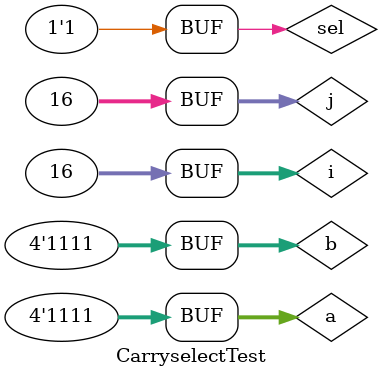
<source format=v>
`timescale 1ns / 1ps


module CarryselectTest();
    reg [3:0] a;
    reg [3:0] b;
    reg  sel;
    wire [3:0] sum;
    wire cout;
    integer i;
    integer j;
    integer error;
    
     carrySelectaddder DUT(
     .a(a),
     .b(b),
     .sel(sel),
     .Sum(sum),
     .Cout(cout)
     );
     
    initial begin
        a=0;
        b =0;
        error =0;
        sel =0;
      for(i =0;i<16; i=i+1) begin
        for(j=0;j<16;j=j+1)begin
            a = i;
            b = j;
            #10;
            if({cout,sum} != (i+j))
                error <= error +1;
             end
          end
          sel = 1;
           for(i =0;i<16; i=i+1) begin
        for(j=0;j<16;j=j+1)begin
            a = i;
            b = j;
            #10;
            if({cout,sum} != (i+j))
                error <= error +1;
             end
          end
        end
          
endmodule

</source>
